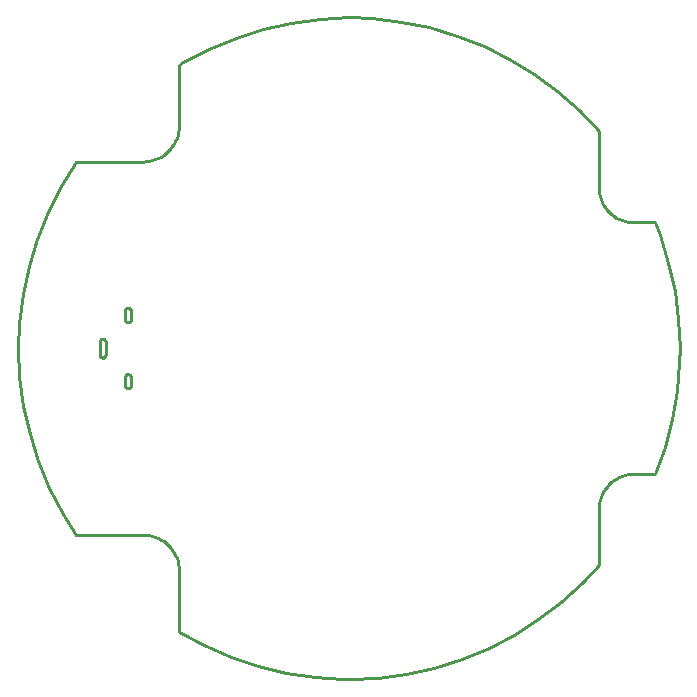
<source format=gbr>
G04 EAGLE Gerber RS-274X export*
G75*
%MOMM*%
%FSLAX34Y34*%
%LPD*%
%AMOC8*
5,1,8,0,0,1.08239X$1,22.5*%
G01*
%ADD10C,0.254000*%


D10*
X-280000Y0D02*
X-278902Y-24436D01*
X-275678Y-48684D01*
X-270353Y-72558D01*
X-262968Y-95878D01*
X-253578Y-118465D01*
X-242255Y-140148D01*
X-231000Y-158000D01*
X-174000Y-158000D01*
X-171385Y-158114D01*
X-168791Y-158456D01*
X-166235Y-159022D01*
X-163739Y-159809D01*
X-161321Y-160811D01*
X-159000Y-162019D01*
X-156793Y-163425D01*
X-154716Y-165019D01*
X-152787Y-166787D01*
X-151019Y-168716D01*
X-149425Y-170793D01*
X-148019Y-173000D01*
X-146811Y-175321D01*
X-145809Y-177739D01*
X-145022Y-180235D01*
X-144456Y-182791D01*
X-144114Y-185385D01*
X-144000Y-188000D01*
X-144000Y-240000D01*
X-122512Y-251662D01*
X-100089Y-261406D01*
X-76903Y-269159D01*
X-53129Y-274862D01*
X-28948Y-278471D01*
X-4545Y-279958D01*
X0Y-280000D01*
X24398Y-278938D01*
X48611Y-275754D01*
X72454Y-270472D01*
X95746Y-263131D01*
X118310Y-253789D01*
X139973Y-242516D01*
X160572Y-229397D01*
X179949Y-214533D01*
X197956Y-198037D01*
X211500Y-183500D01*
X211500Y-136500D01*
X211614Y-133885D01*
X211956Y-131291D01*
X212522Y-128735D01*
X213309Y-126239D01*
X214311Y-123821D01*
X215519Y-121500D01*
X216925Y-119293D01*
X218519Y-117216D01*
X220287Y-115287D01*
X222216Y-113519D01*
X224293Y-111925D01*
X226500Y-110519D01*
X228821Y-109311D01*
X231239Y-108309D01*
X233735Y-107522D01*
X236291Y-106956D01*
X238885Y-106614D01*
X241500Y-106500D01*
X259000Y-106500D01*
X267281Y-83559D01*
X273532Y-59983D01*
X277704Y-35952D01*
X279765Y-11649D01*
X280000Y0D01*
X278960Y24339D01*
X275803Y48494D01*
X270552Y72282D01*
X263248Y95523D01*
X259000Y106500D01*
X241500Y106500D01*
X238885Y106614D01*
X236291Y106956D01*
X233735Y107522D01*
X231239Y108309D01*
X228821Y109311D01*
X226500Y110519D01*
X224293Y111925D01*
X222216Y113519D01*
X220287Y115287D01*
X218519Y117216D01*
X216925Y119293D01*
X215519Y121500D01*
X214311Y123821D01*
X213309Y126239D01*
X212522Y128735D01*
X211956Y131291D01*
X211614Y133885D01*
X211500Y136500D01*
X211500Y183500D01*
X194708Y201232D01*
X176434Y217433D01*
X156818Y231980D01*
X136009Y244761D01*
X114164Y255680D01*
X91452Y264654D01*
X68043Y271615D01*
X44117Y276508D01*
X19856Y279298D01*
X0Y280000D01*
X-24424Y278908D01*
X-48660Y275692D01*
X-72523Y270376D01*
X-95833Y263000D01*
X-118410Y253620D01*
X-140085Y242309D01*
X-144000Y240000D01*
X-144000Y188000D01*
X-144114Y185385D01*
X-144456Y182791D01*
X-145022Y180235D01*
X-145809Y177739D01*
X-146811Y175321D01*
X-148019Y173000D01*
X-149425Y170793D01*
X-151019Y168716D01*
X-152787Y166787D01*
X-154716Y165019D01*
X-156793Y163425D01*
X-159000Y162019D01*
X-161321Y160811D01*
X-163739Y159809D01*
X-166235Y159022D01*
X-168791Y158456D01*
X-171385Y158114D01*
X-174000Y158000D01*
X-231000Y158000D01*
X-243916Y137253D01*
X-254974Y115459D01*
X-264090Y92784D01*
X-271196Y69400D01*
X-276236Y45487D01*
X-279173Y21225D01*
X-280000Y0D01*
X-189500Y24500D02*
X-189491Y24282D01*
X-189462Y24066D01*
X-189415Y23853D01*
X-189349Y23645D01*
X-189266Y23443D01*
X-189165Y23250D01*
X-189048Y23066D01*
X-188915Y22893D01*
X-188768Y22732D01*
X-188607Y22585D01*
X-188434Y22452D01*
X-188250Y22335D01*
X-188057Y22234D01*
X-187855Y22151D01*
X-187647Y22085D01*
X-187434Y22038D01*
X-187218Y22010D01*
X-187000Y22000D01*
X-186782Y22010D01*
X-186566Y22038D01*
X-186353Y22085D01*
X-186145Y22151D01*
X-185943Y22234D01*
X-185750Y22335D01*
X-185566Y22452D01*
X-185393Y22585D01*
X-185232Y22732D01*
X-185085Y22893D01*
X-184952Y23066D01*
X-184835Y23250D01*
X-184734Y23443D01*
X-184651Y23645D01*
X-184585Y23853D01*
X-184538Y24066D01*
X-184510Y24282D01*
X-184500Y24500D01*
X-184500Y31500D01*
X-184510Y31718D01*
X-184538Y31934D01*
X-184585Y32147D01*
X-184651Y32355D01*
X-184734Y32557D01*
X-184835Y32750D01*
X-184952Y32934D01*
X-185085Y33107D01*
X-185232Y33268D01*
X-185393Y33415D01*
X-185566Y33548D01*
X-185750Y33665D01*
X-185943Y33766D01*
X-186145Y33849D01*
X-186353Y33915D01*
X-186566Y33962D01*
X-186782Y33991D01*
X-187000Y34000D01*
X-187218Y33991D01*
X-187434Y33962D01*
X-187647Y33915D01*
X-187855Y33849D01*
X-188057Y33766D01*
X-188250Y33665D01*
X-188434Y33548D01*
X-188607Y33415D01*
X-188768Y33268D01*
X-188915Y33107D01*
X-189048Y32934D01*
X-189165Y32750D01*
X-189266Y32557D01*
X-189349Y32355D01*
X-189415Y32147D01*
X-189462Y31934D01*
X-189491Y31718D01*
X-189500Y31500D01*
X-189500Y24500D01*
X-211000Y-5500D02*
X-210991Y-5718D01*
X-210962Y-5934D01*
X-210915Y-6147D01*
X-210849Y-6355D01*
X-210766Y-6557D01*
X-210665Y-6750D01*
X-210548Y-6934D01*
X-210415Y-7107D01*
X-210268Y-7268D01*
X-210107Y-7415D01*
X-209934Y-7548D01*
X-209750Y-7665D01*
X-209557Y-7766D01*
X-209355Y-7849D01*
X-209147Y-7915D01*
X-208934Y-7962D01*
X-208718Y-7991D01*
X-208500Y-8000D01*
X-208282Y-7991D01*
X-208066Y-7962D01*
X-207853Y-7915D01*
X-207645Y-7849D01*
X-207443Y-7766D01*
X-207250Y-7665D01*
X-207066Y-7548D01*
X-206893Y-7415D01*
X-206732Y-7268D01*
X-206585Y-7107D01*
X-206452Y-6934D01*
X-206335Y-6750D01*
X-206234Y-6557D01*
X-206151Y-6355D01*
X-206085Y-6147D01*
X-206038Y-5934D01*
X-206010Y-5718D01*
X-206000Y-5500D01*
X-206000Y5500D01*
X-206010Y5718D01*
X-206038Y5934D01*
X-206085Y6147D01*
X-206151Y6355D01*
X-206234Y6557D01*
X-206335Y6750D01*
X-206452Y6934D01*
X-206585Y7107D01*
X-206732Y7268D01*
X-206893Y7415D01*
X-207066Y7548D01*
X-207250Y7665D01*
X-207443Y7766D01*
X-207645Y7849D01*
X-207853Y7915D01*
X-208066Y7962D01*
X-208282Y7991D01*
X-208500Y8000D01*
X-208718Y7991D01*
X-208934Y7962D01*
X-209147Y7915D01*
X-209355Y7849D01*
X-209557Y7766D01*
X-209750Y7665D01*
X-209934Y7548D01*
X-210107Y7415D01*
X-210268Y7268D01*
X-210415Y7107D01*
X-210548Y6934D01*
X-210665Y6750D01*
X-210766Y6557D01*
X-210849Y6355D01*
X-210915Y6147D01*
X-210962Y5934D01*
X-210991Y5718D01*
X-211000Y5500D01*
X-211000Y-5500D01*
X-189500Y-31500D02*
X-189491Y-31718D01*
X-189462Y-31934D01*
X-189415Y-32147D01*
X-189349Y-32355D01*
X-189266Y-32557D01*
X-189165Y-32750D01*
X-189048Y-32934D01*
X-188915Y-33107D01*
X-188768Y-33268D01*
X-188607Y-33415D01*
X-188434Y-33548D01*
X-188250Y-33665D01*
X-188057Y-33766D01*
X-187855Y-33849D01*
X-187647Y-33915D01*
X-187434Y-33962D01*
X-187218Y-33991D01*
X-187000Y-34000D01*
X-186782Y-33991D01*
X-186566Y-33962D01*
X-186353Y-33915D01*
X-186145Y-33849D01*
X-185943Y-33766D01*
X-185750Y-33665D01*
X-185566Y-33548D01*
X-185393Y-33415D01*
X-185232Y-33268D01*
X-185085Y-33107D01*
X-184952Y-32934D01*
X-184835Y-32750D01*
X-184734Y-32557D01*
X-184651Y-32355D01*
X-184585Y-32147D01*
X-184538Y-31934D01*
X-184510Y-31718D01*
X-184500Y-31500D01*
X-184500Y-24500D01*
X-184510Y-24282D01*
X-184538Y-24066D01*
X-184585Y-23853D01*
X-184651Y-23645D01*
X-184734Y-23443D01*
X-184835Y-23250D01*
X-184952Y-23066D01*
X-185085Y-22893D01*
X-185232Y-22732D01*
X-185393Y-22585D01*
X-185566Y-22452D01*
X-185750Y-22335D01*
X-185943Y-22234D01*
X-186145Y-22151D01*
X-186353Y-22085D01*
X-186566Y-22038D01*
X-186782Y-22010D01*
X-187000Y-22000D01*
X-187218Y-22010D01*
X-187434Y-22038D01*
X-187647Y-22085D01*
X-187855Y-22151D01*
X-188057Y-22234D01*
X-188250Y-22335D01*
X-188434Y-22452D01*
X-188607Y-22585D01*
X-188768Y-22732D01*
X-188915Y-22893D01*
X-189048Y-23066D01*
X-189165Y-23250D01*
X-189266Y-23443D01*
X-189349Y-23645D01*
X-189415Y-23853D01*
X-189462Y-24066D01*
X-189491Y-24282D01*
X-189500Y-24500D01*
X-189500Y-31500D01*
M02*

</source>
